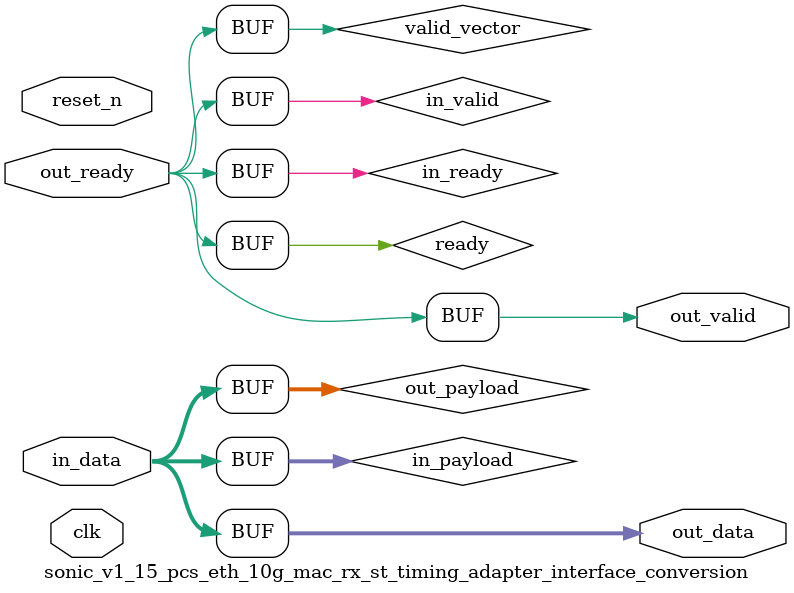
<source format=v>

`timescale 1ns / 100ps
module sonic_v1_15_pcs_eth_10g_mac_rx_st_timing_adapter_interface_conversion (
    
      // Interface: clk
      input              clk,
      // Interface: reset
      input              reset_n,
      // Interface: in
      input      [71: 0] in_data,
      // Interface: out
      output reg [71: 0] out_data,
      input              out_ready,
      output reg         out_valid
);




   // ---------------------------------------------------------------------
   //| Signal Declarations
   // ---------------------------------------------------------------------

   reg  [71: 0] in_payload;
   reg  [71: 0] out_payload;
   reg  [ 0: 0] ready;
   reg          in_ready;
   // synthesis translate_off
   always @(negedge in_ready) begin
      $display("%m: The downstream component is backpressuring by deasserting ready, but the upstream component can't be backpressured.");
   end
   // synthesis translate_on   
   reg          in_valid;
   reg  [ 0: 0] valid_vector;


   // ---------------------------------------------------------------------
   //| Payload Mapping
   // ---------------------------------------------------------------------
   always @* begin
     in_payload = {in_data};
     {out_data} = out_payload;
   end

   // ---------------------------------------------------------------------
   //| Ready & valid signals.
   // ---------------------------------------------------------------------
   always @* begin
     ready[0] = out_ready;
     out_valid = in_valid;
     out_payload = in_payload;
     in_ready = ready[0];
   end



   // ---------------------------------------------------------------------
   //| Input Valid Generation
   // ---------------------------------------------------------------------
   always @* begin
      valid_vector[0] = in_ready;
      in_valid        = valid_vector[0];
   end


endmodule


</source>
